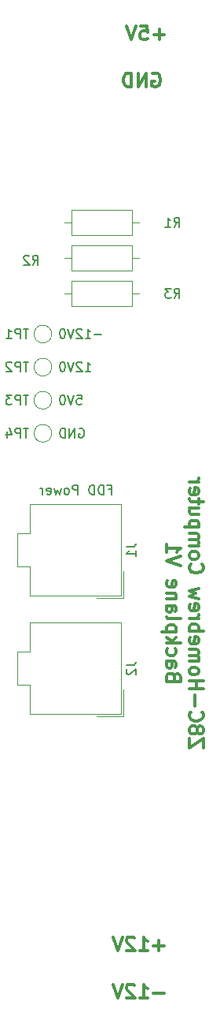
<source format=gbr>
%TF.GenerationSoftware,KiCad,Pcbnew,7.0.11+dfsg-1build4*%
%TF.CreationDate,2024-12-30T23:49:52+01:00*%
%TF.ProjectId,Z80-Backplane,5a38302d-4261-4636-9b70-6c616e652e6b,rev?*%
%TF.SameCoordinates,Original*%
%TF.FileFunction,Legend,Bot*%
%TF.FilePolarity,Positive*%
%FSLAX46Y46*%
G04 Gerber Fmt 4.6, Leading zero omitted, Abs format (unit mm)*
G04 Created by KiCad (PCBNEW 7.0.11+dfsg-1build4) date 2024-12-30 23:49:52*
%MOMM*%
%LPD*%
G01*
G04 APERTURE LIST*
%ADD10C,0.300000*%
%ADD11C,0.150000*%
%ADD12C,0.120000*%
G04 APERTURE END LIST*
D10*
X70609171Y-136384285D02*
X70609171Y-135384285D01*
X70609171Y-135384285D02*
X69109171Y-136384285D01*
X69109171Y-136384285D02*
X69109171Y-135384285D01*
X69966314Y-134598571D02*
X70037742Y-134741428D01*
X70037742Y-134741428D02*
X70109171Y-134812857D01*
X70109171Y-134812857D02*
X70252028Y-134884285D01*
X70252028Y-134884285D02*
X70323457Y-134884285D01*
X70323457Y-134884285D02*
X70466314Y-134812857D01*
X70466314Y-134812857D02*
X70537742Y-134741428D01*
X70537742Y-134741428D02*
X70609171Y-134598571D01*
X70609171Y-134598571D02*
X70609171Y-134312857D01*
X70609171Y-134312857D02*
X70537742Y-134170000D01*
X70537742Y-134170000D02*
X70466314Y-134098571D01*
X70466314Y-134098571D02*
X70323457Y-134027142D01*
X70323457Y-134027142D02*
X70252028Y-134027142D01*
X70252028Y-134027142D02*
X70109171Y-134098571D01*
X70109171Y-134098571D02*
X70037742Y-134170000D01*
X70037742Y-134170000D02*
X69966314Y-134312857D01*
X69966314Y-134312857D02*
X69966314Y-134598571D01*
X69966314Y-134598571D02*
X69894885Y-134741428D01*
X69894885Y-134741428D02*
X69823457Y-134812857D01*
X69823457Y-134812857D02*
X69680600Y-134884285D01*
X69680600Y-134884285D02*
X69394885Y-134884285D01*
X69394885Y-134884285D02*
X69252028Y-134812857D01*
X69252028Y-134812857D02*
X69180600Y-134741428D01*
X69180600Y-134741428D02*
X69109171Y-134598571D01*
X69109171Y-134598571D02*
X69109171Y-134312857D01*
X69109171Y-134312857D02*
X69180600Y-134170000D01*
X69180600Y-134170000D02*
X69252028Y-134098571D01*
X69252028Y-134098571D02*
X69394885Y-134027142D01*
X69394885Y-134027142D02*
X69680600Y-134027142D01*
X69680600Y-134027142D02*
X69823457Y-134098571D01*
X69823457Y-134098571D02*
X69894885Y-134170000D01*
X69894885Y-134170000D02*
X69966314Y-134312857D01*
X69252028Y-132527143D02*
X69180600Y-132598571D01*
X69180600Y-132598571D02*
X69109171Y-132812857D01*
X69109171Y-132812857D02*
X69109171Y-132955714D01*
X69109171Y-132955714D02*
X69180600Y-133170000D01*
X69180600Y-133170000D02*
X69323457Y-133312857D01*
X69323457Y-133312857D02*
X69466314Y-133384286D01*
X69466314Y-133384286D02*
X69752028Y-133455714D01*
X69752028Y-133455714D02*
X69966314Y-133455714D01*
X69966314Y-133455714D02*
X70252028Y-133384286D01*
X70252028Y-133384286D02*
X70394885Y-133312857D01*
X70394885Y-133312857D02*
X70537742Y-133170000D01*
X70537742Y-133170000D02*
X70609171Y-132955714D01*
X70609171Y-132955714D02*
X70609171Y-132812857D01*
X70609171Y-132812857D02*
X70537742Y-132598571D01*
X70537742Y-132598571D02*
X70466314Y-132527143D01*
X69680600Y-131884286D02*
X69680600Y-130741429D01*
X69109171Y-130027143D02*
X70609171Y-130027143D01*
X69894885Y-130027143D02*
X69894885Y-129170000D01*
X69109171Y-129170000D02*
X70609171Y-129170000D01*
X69109171Y-128241428D02*
X69180600Y-128384285D01*
X69180600Y-128384285D02*
X69252028Y-128455714D01*
X69252028Y-128455714D02*
X69394885Y-128527142D01*
X69394885Y-128527142D02*
X69823457Y-128527142D01*
X69823457Y-128527142D02*
X69966314Y-128455714D01*
X69966314Y-128455714D02*
X70037742Y-128384285D01*
X70037742Y-128384285D02*
X70109171Y-128241428D01*
X70109171Y-128241428D02*
X70109171Y-128027142D01*
X70109171Y-128027142D02*
X70037742Y-127884285D01*
X70037742Y-127884285D02*
X69966314Y-127812857D01*
X69966314Y-127812857D02*
X69823457Y-127741428D01*
X69823457Y-127741428D02*
X69394885Y-127741428D01*
X69394885Y-127741428D02*
X69252028Y-127812857D01*
X69252028Y-127812857D02*
X69180600Y-127884285D01*
X69180600Y-127884285D02*
X69109171Y-128027142D01*
X69109171Y-128027142D02*
X69109171Y-128241428D01*
X69109171Y-127098571D02*
X70109171Y-127098571D01*
X69966314Y-127098571D02*
X70037742Y-127027142D01*
X70037742Y-127027142D02*
X70109171Y-126884285D01*
X70109171Y-126884285D02*
X70109171Y-126669999D01*
X70109171Y-126669999D02*
X70037742Y-126527142D01*
X70037742Y-126527142D02*
X69894885Y-126455714D01*
X69894885Y-126455714D02*
X69109171Y-126455714D01*
X69894885Y-126455714D02*
X70037742Y-126384285D01*
X70037742Y-126384285D02*
X70109171Y-126241428D01*
X70109171Y-126241428D02*
X70109171Y-126027142D01*
X70109171Y-126027142D02*
X70037742Y-125884285D01*
X70037742Y-125884285D02*
X69894885Y-125812856D01*
X69894885Y-125812856D02*
X69109171Y-125812856D01*
X69180600Y-124527142D02*
X69109171Y-124669999D01*
X69109171Y-124669999D02*
X69109171Y-124955714D01*
X69109171Y-124955714D02*
X69180600Y-125098571D01*
X69180600Y-125098571D02*
X69323457Y-125169999D01*
X69323457Y-125169999D02*
X69894885Y-125169999D01*
X69894885Y-125169999D02*
X70037742Y-125098571D01*
X70037742Y-125098571D02*
X70109171Y-124955714D01*
X70109171Y-124955714D02*
X70109171Y-124669999D01*
X70109171Y-124669999D02*
X70037742Y-124527142D01*
X70037742Y-124527142D02*
X69894885Y-124455714D01*
X69894885Y-124455714D02*
X69752028Y-124455714D01*
X69752028Y-124455714D02*
X69609171Y-125169999D01*
X69109171Y-123812857D02*
X70609171Y-123812857D01*
X70037742Y-123812857D02*
X70109171Y-123670000D01*
X70109171Y-123670000D02*
X70109171Y-123384285D01*
X70109171Y-123384285D02*
X70037742Y-123241428D01*
X70037742Y-123241428D02*
X69966314Y-123170000D01*
X69966314Y-123170000D02*
X69823457Y-123098571D01*
X69823457Y-123098571D02*
X69394885Y-123098571D01*
X69394885Y-123098571D02*
X69252028Y-123170000D01*
X69252028Y-123170000D02*
X69180600Y-123241428D01*
X69180600Y-123241428D02*
X69109171Y-123384285D01*
X69109171Y-123384285D02*
X69109171Y-123670000D01*
X69109171Y-123670000D02*
X69180600Y-123812857D01*
X69109171Y-122455714D02*
X70109171Y-122455714D01*
X69823457Y-122455714D02*
X69966314Y-122384285D01*
X69966314Y-122384285D02*
X70037742Y-122312857D01*
X70037742Y-122312857D02*
X70109171Y-122169999D01*
X70109171Y-122169999D02*
X70109171Y-122027142D01*
X69180600Y-120955714D02*
X69109171Y-121098571D01*
X69109171Y-121098571D02*
X69109171Y-121384286D01*
X69109171Y-121384286D02*
X69180600Y-121527143D01*
X69180600Y-121527143D02*
X69323457Y-121598571D01*
X69323457Y-121598571D02*
X69894885Y-121598571D01*
X69894885Y-121598571D02*
X70037742Y-121527143D01*
X70037742Y-121527143D02*
X70109171Y-121384286D01*
X70109171Y-121384286D02*
X70109171Y-121098571D01*
X70109171Y-121098571D02*
X70037742Y-120955714D01*
X70037742Y-120955714D02*
X69894885Y-120884286D01*
X69894885Y-120884286D02*
X69752028Y-120884286D01*
X69752028Y-120884286D02*
X69609171Y-121598571D01*
X70109171Y-120384286D02*
X69109171Y-120098572D01*
X69109171Y-120098572D02*
X69823457Y-119812857D01*
X69823457Y-119812857D02*
X69109171Y-119527143D01*
X69109171Y-119527143D02*
X70109171Y-119241429D01*
X69252028Y-116670000D02*
X69180600Y-116741428D01*
X69180600Y-116741428D02*
X69109171Y-116955714D01*
X69109171Y-116955714D02*
X69109171Y-117098571D01*
X69109171Y-117098571D02*
X69180600Y-117312857D01*
X69180600Y-117312857D02*
X69323457Y-117455714D01*
X69323457Y-117455714D02*
X69466314Y-117527143D01*
X69466314Y-117527143D02*
X69752028Y-117598571D01*
X69752028Y-117598571D02*
X69966314Y-117598571D01*
X69966314Y-117598571D02*
X70252028Y-117527143D01*
X70252028Y-117527143D02*
X70394885Y-117455714D01*
X70394885Y-117455714D02*
X70537742Y-117312857D01*
X70537742Y-117312857D02*
X70609171Y-117098571D01*
X70609171Y-117098571D02*
X70609171Y-116955714D01*
X70609171Y-116955714D02*
X70537742Y-116741428D01*
X70537742Y-116741428D02*
X70466314Y-116670000D01*
X69109171Y-115812857D02*
X69180600Y-115955714D01*
X69180600Y-115955714D02*
X69252028Y-116027143D01*
X69252028Y-116027143D02*
X69394885Y-116098571D01*
X69394885Y-116098571D02*
X69823457Y-116098571D01*
X69823457Y-116098571D02*
X69966314Y-116027143D01*
X69966314Y-116027143D02*
X70037742Y-115955714D01*
X70037742Y-115955714D02*
X70109171Y-115812857D01*
X70109171Y-115812857D02*
X70109171Y-115598571D01*
X70109171Y-115598571D02*
X70037742Y-115455714D01*
X70037742Y-115455714D02*
X69966314Y-115384286D01*
X69966314Y-115384286D02*
X69823457Y-115312857D01*
X69823457Y-115312857D02*
X69394885Y-115312857D01*
X69394885Y-115312857D02*
X69252028Y-115384286D01*
X69252028Y-115384286D02*
X69180600Y-115455714D01*
X69180600Y-115455714D02*
X69109171Y-115598571D01*
X69109171Y-115598571D02*
X69109171Y-115812857D01*
X69109171Y-114670000D02*
X70109171Y-114670000D01*
X69966314Y-114670000D02*
X70037742Y-114598571D01*
X70037742Y-114598571D02*
X70109171Y-114455714D01*
X70109171Y-114455714D02*
X70109171Y-114241428D01*
X70109171Y-114241428D02*
X70037742Y-114098571D01*
X70037742Y-114098571D02*
X69894885Y-114027143D01*
X69894885Y-114027143D02*
X69109171Y-114027143D01*
X69894885Y-114027143D02*
X70037742Y-113955714D01*
X70037742Y-113955714D02*
X70109171Y-113812857D01*
X70109171Y-113812857D02*
X70109171Y-113598571D01*
X70109171Y-113598571D02*
X70037742Y-113455714D01*
X70037742Y-113455714D02*
X69894885Y-113384285D01*
X69894885Y-113384285D02*
X69109171Y-113384285D01*
X70109171Y-112670000D02*
X68609171Y-112670000D01*
X70037742Y-112670000D02*
X70109171Y-112527143D01*
X70109171Y-112527143D02*
X70109171Y-112241428D01*
X70109171Y-112241428D02*
X70037742Y-112098571D01*
X70037742Y-112098571D02*
X69966314Y-112027143D01*
X69966314Y-112027143D02*
X69823457Y-111955714D01*
X69823457Y-111955714D02*
X69394885Y-111955714D01*
X69394885Y-111955714D02*
X69252028Y-112027143D01*
X69252028Y-112027143D02*
X69180600Y-112098571D01*
X69180600Y-112098571D02*
X69109171Y-112241428D01*
X69109171Y-112241428D02*
X69109171Y-112527143D01*
X69109171Y-112527143D02*
X69180600Y-112670000D01*
X70109171Y-110670000D02*
X69109171Y-110670000D01*
X70109171Y-111312857D02*
X69323457Y-111312857D01*
X69323457Y-111312857D02*
X69180600Y-111241428D01*
X69180600Y-111241428D02*
X69109171Y-111098571D01*
X69109171Y-111098571D02*
X69109171Y-110884285D01*
X69109171Y-110884285D02*
X69180600Y-110741428D01*
X69180600Y-110741428D02*
X69252028Y-110670000D01*
X70109171Y-110169999D02*
X70109171Y-109598571D01*
X70609171Y-109955714D02*
X69323457Y-109955714D01*
X69323457Y-109955714D02*
X69180600Y-109884285D01*
X69180600Y-109884285D02*
X69109171Y-109741428D01*
X69109171Y-109741428D02*
X69109171Y-109598571D01*
X69180600Y-108527142D02*
X69109171Y-108669999D01*
X69109171Y-108669999D02*
X69109171Y-108955714D01*
X69109171Y-108955714D02*
X69180600Y-109098571D01*
X69180600Y-109098571D02*
X69323457Y-109169999D01*
X69323457Y-109169999D02*
X69894885Y-109169999D01*
X69894885Y-109169999D02*
X70037742Y-109098571D01*
X70037742Y-109098571D02*
X70109171Y-108955714D01*
X70109171Y-108955714D02*
X70109171Y-108669999D01*
X70109171Y-108669999D02*
X70037742Y-108527142D01*
X70037742Y-108527142D02*
X69894885Y-108455714D01*
X69894885Y-108455714D02*
X69752028Y-108455714D01*
X69752028Y-108455714D02*
X69609171Y-109169999D01*
X69109171Y-107812857D02*
X70109171Y-107812857D01*
X69823457Y-107812857D02*
X69966314Y-107741428D01*
X69966314Y-107741428D02*
X70037742Y-107670000D01*
X70037742Y-107670000D02*
X70109171Y-107527142D01*
X70109171Y-107527142D02*
X70109171Y-107384285D01*
X67479885Y-128741428D02*
X67408457Y-128527142D01*
X67408457Y-128527142D02*
X67337028Y-128455713D01*
X67337028Y-128455713D02*
X67194171Y-128384285D01*
X67194171Y-128384285D02*
X66979885Y-128384285D01*
X66979885Y-128384285D02*
X66837028Y-128455713D01*
X66837028Y-128455713D02*
X66765600Y-128527142D01*
X66765600Y-128527142D02*
X66694171Y-128669999D01*
X66694171Y-128669999D02*
X66694171Y-129241428D01*
X66694171Y-129241428D02*
X68194171Y-129241428D01*
X68194171Y-129241428D02*
X68194171Y-128741428D01*
X68194171Y-128741428D02*
X68122742Y-128598571D01*
X68122742Y-128598571D02*
X68051314Y-128527142D01*
X68051314Y-128527142D02*
X67908457Y-128455713D01*
X67908457Y-128455713D02*
X67765600Y-128455713D01*
X67765600Y-128455713D02*
X67622742Y-128527142D01*
X67622742Y-128527142D02*
X67551314Y-128598571D01*
X67551314Y-128598571D02*
X67479885Y-128741428D01*
X67479885Y-128741428D02*
X67479885Y-129241428D01*
X66694171Y-127098571D02*
X67479885Y-127098571D01*
X67479885Y-127098571D02*
X67622742Y-127169999D01*
X67622742Y-127169999D02*
X67694171Y-127312856D01*
X67694171Y-127312856D02*
X67694171Y-127598571D01*
X67694171Y-127598571D02*
X67622742Y-127741428D01*
X66765600Y-127098571D02*
X66694171Y-127241428D01*
X66694171Y-127241428D02*
X66694171Y-127598571D01*
X66694171Y-127598571D02*
X66765600Y-127741428D01*
X66765600Y-127741428D02*
X66908457Y-127812856D01*
X66908457Y-127812856D02*
X67051314Y-127812856D01*
X67051314Y-127812856D02*
X67194171Y-127741428D01*
X67194171Y-127741428D02*
X67265600Y-127598571D01*
X67265600Y-127598571D02*
X67265600Y-127241428D01*
X67265600Y-127241428D02*
X67337028Y-127098571D01*
X66765600Y-125741428D02*
X66694171Y-125884285D01*
X66694171Y-125884285D02*
X66694171Y-126169999D01*
X66694171Y-126169999D02*
X66765600Y-126312856D01*
X66765600Y-126312856D02*
X66837028Y-126384285D01*
X66837028Y-126384285D02*
X66979885Y-126455713D01*
X66979885Y-126455713D02*
X67408457Y-126455713D01*
X67408457Y-126455713D02*
X67551314Y-126384285D01*
X67551314Y-126384285D02*
X67622742Y-126312856D01*
X67622742Y-126312856D02*
X67694171Y-126169999D01*
X67694171Y-126169999D02*
X67694171Y-125884285D01*
X67694171Y-125884285D02*
X67622742Y-125741428D01*
X66694171Y-125098571D02*
X68194171Y-125098571D01*
X67265600Y-124955714D02*
X66694171Y-124527142D01*
X67694171Y-124527142D02*
X67122742Y-125098571D01*
X67694171Y-123884285D02*
X66194171Y-123884285D01*
X67622742Y-123884285D02*
X67694171Y-123741428D01*
X67694171Y-123741428D02*
X67694171Y-123455713D01*
X67694171Y-123455713D02*
X67622742Y-123312856D01*
X67622742Y-123312856D02*
X67551314Y-123241428D01*
X67551314Y-123241428D02*
X67408457Y-123169999D01*
X67408457Y-123169999D02*
X66979885Y-123169999D01*
X66979885Y-123169999D02*
X66837028Y-123241428D01*
X66837028Y-123241428D02*
X66765600Y-123312856D01*
X66765600Y-123312856D02*
X66694171Y-123455713D01*
X66694171Y-123455713D02*
X66694171Y-123741428D01*
X66694171Y-123741428D02*
X66765600Y-123884285D01*
X66694171Y-122312856D02*
X66765600Y-122455713D01*
X66765600Y-122455713D02*
X66908457Y-122527142D01*
X66908457Y-122527142D02*
X68194171Y-122527142D01*
X66694171Y-121098571D02*
X67479885Y-121098571D01*
X67479885Y-121098571D02*
X67622742Y-121169999D01*
X67622742Y-121169999D02*
X67694171Y-121312856D01*
X67694171Y-121312856D02*
X67694171Y-121598571D01*
X67694171Y-121598571D02*
X67622742Y-121741428D01*
X66765600Y-121098571D02*
X66694171Y-121241428D01*
X66694171Y-121241428D02*
X66694171Y-121598571D01*
X66694171Y-121598571D02*
X66765600Y-121741428D01*
X66765600Y-121741428D02*
X66908457Y-121812856D01*
X66908457Y-121812856D02*
X67051314Y-121812856D01*
X67051314Y-121812856D02*
X67194171Y-121741428D01*
X67194171Y-121741428D02*
X67265600Y-121598571D01*
X67265600Y-121598571D02*
X67265600Y-121241428D01*
X67265600Y-121241428D02*
X67337028Y-121098571D01*
X67694171Y-120384285D02*
X66694171Y-120384285D01*
X67551314Y-120384285D02*
X67622742Y-120312856D01*
X67622742Y-120312856D02*
X67694171Y-120169999D01*
X67694171Y-120169999D02*
X67694171Y-119955713D01*
X67694171Y-119955713D02*
X67622742Y-119812856D01*
X67622742Y-119812856D02*
X67479885Y-119741428D01*
X67479885Y-119741428D02*
X66694171Y-119741428D01*
X66765600Y-118455713D02*
X66694171Y-118598570D01*
X66694171Y-118598570D02*
X66694171Y-118884285D01*
X66694171Y-118884285D02*
X66765600Y-119027142D01*
X66765600Y-119027142D02*
X66908457Y-119098570D01*
X66908457Y-119098570D02*
X67479885Y-119098570D01*
X67479885Y-119098570D02*
X67622742Y-119027142D01*
X67622742Y-119027142D02*
X67694171Y-118884285D01*
X67694171Y-118884285D02*
X67694171Y-118598570D01*
X67694171Y-118598570D02*
X67622742Y-118455713D01*
X67622742Y-118455713D02*
X67479885Y-118384285D01*
X67479885Y-118384285D02*
X67337028Y-118384285D01*
X67337028Y-118384285D02*
X67194171Y-119098570D01*
X68194171Y-116812856D02*
X66694171Y-116312856D01*
X66694171Y-116312856D02*
X68194171Y-115812856D01*
X66694171Y-114527142D02*
X66694171Y-115384285D01*
X66694171Y-114955714D02*
X68194171Y-114955714D01*
X68194171Y-114955714D02*
X67979885Y-115098571D01*
X67979885Y-115098571D02*
X67837028Y-115241428D01*
X67837028Y-115241428D02*
X67765600Y-115384285D01*
X65150856Y-64019757D02*
X65293714Y-63948328D01*
X65293714Y-63948328D02*
X65507999Y-63948328D01*
X65507999Y-63948328D02*
X65722285Y-64019757D01*
X65722285Y-64019757D02*
X65865142Y-64162614D01*
X65865142Y-64162614D02*
X65936571Y-64305471D01*
X65936571Y-64305471D02*
X66007999Y-64591185D01*
X66007999Y-64591185D02*
X66007999Y-64805471D01*
X66007999Y-64805471D02*
X65936571Y-65091185D01*
X65936571Y-65091185D02*
X65865142Y-65234042D01*
X65865142Y-65234042D02*
X65722285Y-65376900D01*
X65722285Y-65376900D02*
X65507999Y-65448328D01*
X65507999Y-65448328D02*
X65365142Y-65448328D01*
X65365142Y-65448328D02*
X65150856Y-65376900D01*
X65150856Y-65376900D02*
X65079428Y-65305471D01*
X65079428Y-65305471D02*
X65079428Y-64805471D01*
X65079428Y-64805471D02*
X65365142Y-64805471D01*
X64436571Y-65448328D02*
X64436571Y-63948328D01*
X64436571Y-63948328D02*
X63579428Y-65448328D01*
X63579428Y-65448328D02*
X63579428Y-63948328D01*
X62865142Y-65448328D02*
X62865142Y-63948328D01*
X62865142Y-63948328D02*
X62507999Y-63948328D01*
X62507999Y-63948328D02*
X62293713Y-64019757D01*
X62293713Y-64019757D02*
X62150856Y-64162614D01*
X62150856Y-64162614D02*
X62079427Y-64305471D01*
X62079427Y-64305471D02*
X62007999Y-64591185D01*
X62007999Y-64591185D02*
X62007999Y-64805471D01*
X62007999Y-64805471D02*
X62079427Y-65091185D01*
X62079427Y-65091185D02*
X62150856Y-65234042D01*
X62150856Y-65234042D02*
X62293713Y-65376900D01*
X62293713Y-65376900D02*
X62507999Y-65448328D01*
X62507999Y-65448328D02*
X62865142Y-65448328D01*
X66396856Y-162666900D02*
X65253999Y-162666900D01*
X63753998Y-163238328D02*
X64611141Y-163238328D01*
X64182570Y-163238328D02*
X64182570Y-161738328D01*
X64182570Y-161738328D02*
X64325427Y-161952614D01*
X64325427Y-161952614D02*
X64468284Y-162095471D01*
X64468284Y-162095471D02*
X64611141Y-162166900D01*
X63182570Y-161881185D02*
X63111142Y-161809757D01*
X63111142Y-161809757D02*
X62968285Y-161738328D01*
X62968285Y-161738328D02*
X62611142Y-161738328D01*
X62611142Y-161738328D02*
X62468285Y-161809757D01*
X62468285Y-161809757D02*
X62396856Y-161881185D01*
X62396856Y-161881185D02*
X62325427Y-162024042D01*
X62325427Y-162024042D02*
X62325427Y-162166900D01*
X62325427Y-162166900D02*
X62396856Y-162381185D01*
X62396856Y-162381185D02*
X63253999Y-163238328D01*
X63253999Y-163238328D02*
X62325427Y-163238328D01*
X61896856Y-161738328D02*
X61396856Y-163238328D01*
X61396856Y-163238328D02*
X60896856Y-161738328D01*
D11*
X57010303Y-98514819D02*
X57486493Y-98514819D01*
X57486493Y-98514819D02*
X57534112Y-98991009D01*
X57534112Y-98991009D02*
X57486493Y-98943390D01*
X57486493Y-98943390D02*
X57391255Y-98895771D01*
X57391255Y-98895771D02*
X57153160Y-98895771D01*
X57153160Y-98895771D02*
X57057922Y-98943390D01*
X57057922Y-98943390D02*
X57010303Y-98991009D01*
X57010303Y-98991009D02*
X56962684Y-99086247D01*
X56962684Y-99086247D02*
X56962684Y-99324342D01*
X56962684Y-99324342D02*
X57010303Y-99419580D01*
X57010303Y-99419580D02*
X57057922Y-99467200D01*
X57057922Y-99467200D02*
X57153160Y-99514819D01*
X57153160Y-99514819D02*
X57391255Y-99514819D01*
X57391255Y-99514819D02*
X57486493Y-99467200D01*
X57486493Y-99467200D02*
X57534112Y-99419580D01*
X56676969Y-98514819D02*
X56343636Y-99514819D01*
X56343636Y-99514819D02*
X56010303Y-98514819D01*
X55486493Y-98514819D02*
X55391255Y-98514819D01*
X55391255Y-98514819D02*
X55296017Y-98562438D01*
X55296017Y-98562438D02*
X55248398Y-98610057D01*
X55248398Y-98610057D02*
X55200779Y-98705295D01*
X55200779Y-98705295D02*
X55153160Y-98895771D01*
X55153160Y-98895771D02*
X55153160Y-99133866D01*
X55153160Y-99133866D02*
X55200779Y-99324342D01*
X55200779Y-99324342D02*
X55248398Y-99419580D01*
X55248398Y-99419580D02*
X55296017Y-99467200D01*
X55296017Y-99467200D02*
X55391255Y-99514819D01*
X55391255Y-99514819D02*
X55486493Y-99514819D01*
X55486493Y-99514819D02*
X55581731Y-99467200D01*
X55581731Y-99467200D02*
X55629350Y-99419580D01*
X55629350Y-99419580D02*
X55676969Y-99324342D01*
X55676969Y-99324342D02*
X55724588Y-99133866D01*
X55724588Y-99133866D02*
X55724588Y-98895771D01*
X55724588Y-98895771D02*
X55676969Y-98705295D01*
X55676969Y-98705295D02*
X55629350Y-98610057D01*
X55629350Y-98610057D02*
X55581731Y-98562438D01*
X55581731Y-98562438D02*
X55486493Y-98514819D01*
X59676969Y-92021866D02*
X58915065Y-92021866D01*
X57915065Y-92402819D02*
X58486493Y-92402819D01*
X58200779Y-92402819D02*
X58200779Y-91402819D01*
X58200779Y-91402819D02*
X58296017Y-91545676D01*
X58296017Y-91545676D02*
X58391255Y-91640914D01*
X58391255Y-91640914D02*
X58486493Y-91688533D01*
X57534112Y-91498057D02*
X57486493Y-91450438D01*
X57486493Y-91450438D02*
X57391255Y-91402819D01*
X57391255Y-91402819D02*
X57153160Y-91402819D01*
X57153160Y-91402819D02*
X57057922Y-91450438D01*
X57057922Y-91450438D02*
X57010303Y-91498057D01*
X57010303Y-91498057D02*
X56962684Y-91593295D01*
X56962684Y-91593295D02*
X56962684Y-91688533D01*
X56962684Y-91688533D02*
X57010303Y-91831390D01*
X57010303Y-91831390D02*
X57581731Y-92402819D01*
X57581731Y-92402819D02*
X56962684Y-92402819D01*
X56676969Y-91402819D02*
X56343636Y-92402819D01*
X56343636Y-92402819D02*
X56010303Y-91402819D01*
X55486493Y-91402819D02*
X55391255Y-91402819D01*
X55391255Y-91402819D02*
X55296017Y-91450438D01*
X55296017Y-91450438D02*
X55248398Y-91498057D01*
X55248398Y-91498057D02*
X55200779Y-91593295D01*
X55200779Y-91593295D02*
X55153160Y-91783771D01*
X55153160Y-91783771D02*
X55153160Y-92021866D01*
X55153160Y-92021866D02*
X55200779Y-92212342D01*
X55200779Y-92212342D02*
X55248398Y-92307580D01*
X55248398Y-92307580D02*
X55296017Y-92355200D01*
X55296017Y-92355200D02*
X55391255Y-92402819D01*
X55391255Y-92402819D02*
X55486493Y-92402819D01*
X55486493Y-92402819D02*
X55581731Y-92355200D01*
X55581731Y-92355200D02*
X55629350Y-92307580D01*
X55629350Y-92307580D02*
X55676969Y-92212342D01*
X55676969Y-92212342D02*
X55724588Y-92021866D01*
X55724588Y-92021866D02*
X55724588Y-91783771D01*
X55724588Y-91783771D02*
X55676969Y-91593295D01*
X55676969Y-91593295D02*
X55629350Y-91498057D01*
X55629350Y-91498057D02*
X55581731Y-91450438D01*
X55581731Y-91450438D02*
X55486493Y-91402819D01*
X57915065Y-95958819D02*
X58486493Y-95958819D01*
X58200779Y-95958819D02*
X58200779Y-94958819D01*
X58200779Y-94958819D02*
X58296017Y-95101676D01*
X58296017Y-95101676D02*
X58391255Y-95196914D01*
X58391255Y-95196914D02*
X58486493Y-95244533D01*
X57534112Y-95054057D02*
X57486493Y-95006438D01*
X57486493Y-95006438D02*
X57391255Y-94958819D01*
X57391255Y-94958819D02*
X57153160Y-94958819D01*
X57153160Y-94958819D02*
X57057922Y-95006438D01*
X57057922Y-95006438D02*
X57010303Y-95054057D01*
X57010303Y-95054057D02*
X56962684Y-95149295D01*
X56962684Y-95149295D02*
X56962684Y-95244533D01*
X56962684Y-95244533D02*
X57010303Y-95387390D01*
X57010303Y-95387390D02*
X57581731Y-95958819D01*
X57581731Y-95958819D02*
X56962684Y-95958819D01*
X56676969Y-94958819D02*
X56343636Y-95958819D01*
X56343636Y-95958819D02*
X56010303Y-94958819D01*
X55486493Y-94958819D02*
X55391255Y-94958819D01*
X55391255Y-94958819D02*
X55296017Y-95006438D01*
X55296017Y-95006438D02*
X55248398Y-95054057D01*
X55248398Y-95054057D02*
X55200779Y-95149295D01*
X55200779Y-95149295D02*
X55153160Y-95339771D01*
X55153160Y-95339771D02*
X55153160Y-95577866D01*
X55153160Y-95577866D02*
X55200779Y-95768342D01*
X55200779Y-95768342D02*
X55248398Y-95863580D01*
X55248398Y-95863580D02*
X55296017Y-95911200D01*
X55296017Y-95911200D02*
X55391255Y-95958819D01*
X55391255Y-95958819D02*
X55486493Y-95958819D01*
X55486493Y-95958819D02*
X55581731Y-95911200D01*
X55581731Y-95911200D02*
X55629350Y-95863580D01*
X55629350Y-95863580D02*
X55676969Y-95768342D01*
X55676969Y-95768342D02*
X55724588Y-95577866D01*
X55724588Y-95577866D02*
X55724588Y-95339771D01*
X55724588Y-95339771D02*
X55676969Y-95149295D01*
X55676969Y-95149295D02*
X55629350Y-95054057D01*
X55629350Y-95054057D02*
X55581731Y-95006438D01*
X55581731Y-95006438D02*
X55486493Y-94958819D01*
X60406875Y-108643009D02*
X60740208Y-108643009D01*
X60740208Y-109166819D02*
X60740208Y-108166819D01*
X60740208Y-108166819D02*
X60264018Y-108166819D01*
X59883065Y-109166819D02*
X59883065Y-108166819D01*
X59883065Y-108166819D02*
X59644970Y-108166819D01*
X59644970Y-108166819D02*
X59502113Y-108214438D01*
X59502113Y-108214438D02*
X59406875Y-108309676D01*
X59406875Y-108309676D02*
X59359256Y-108404914D01*
X59359256Y-108404914D02*
X59311637Y-108595390D01*
X59311637Y-108595390D02*
X59311637Y-108738247D01*
X59311637Y-108738247D02*
X59359256Y-108928723D01*
X59359256Y-108928723D02*
X59406875Y-109023961D01*
X59406875Y-109023961D02*
X59502113Y-109119200D01*
X59502113Y-109119200D02*
X59644970Y-109166819D01*
X59644970Y-109166819D02*
X59883065Y-109166819D01*
X58883065Y-109166819D02*
X58883065Y-108166819D01*
X58883065Y-108166819D02*
X58644970Y-108166819D01*
X58644970Y-108166819D02*
X58502113Y-108214438D01*
X58502113Y-108214438D02*
X58406875Y-108309676D01*
X58406875Y-108309676D02*
X58359256Y-108404914D01*
X58359256Y-108404914D02*
X58311637Y-108595390D01*
X58311637Y-108595390D02*
X58311637Y-108738247D01*
X58311637Y-108738247D02*
X58359256Y-108928723D01*
X58359256Y-108928723D02*
X58406875Y-109023961D01*
X58406875Y-109023961D02*
X58502113Y-109119200D01*
X58502113Y-109119200D02*
X58644970Y-109166819D01*
X58644970Y-109166819D02*
X58883065Y-109166819D01*
X57121160Y-109166819D02*
X57121160Y-108166819D01*
X57121160Y-108166819D02*
X56740208Y-108166819D01*
X56740208Y-108166819D02*
X56644970Y-108214438D01*
X56644970Y-108214438D02*
X56597351Y-108262057D01*
X56597351Y-108262057D02*
X56549732Y-108357295D01*
X56549732Y-108357295D02*
X56549732Y-108500152D01*
X56549732Y-108500152D02*
X56597351Y-108595390D01*
X56597351Y-108595390D02*
X56644970Y-108643009D01*
X56644970Y-108643009D02*
X56740208Y-108690628D01*
X56740208Y-108690628D02*
X57121160Y-108690628D01*
X55978303Y-109166819D02*
X56073541Y-109119200D01*
X56073541Y-109119200D02*
X56121160Y-109071580D01*
X56121160Y-109071580D02*
X56168779Y-108976342D01*
X56168779Y-108976342D02*
X56168779Y-108690628D01*
X56168779Y-108690628D02*
X56121160Y-108595390D01*
X56121160Y-108595390D02*
X56073541Y-108547771D01*
X56073541Y-108547771D02*
X55978303Y-108500152D01*
X55978303Y-108500152D02*
X55835446Y-108500152D01*
X55835446Y-108500152D02*
X55740208Y-108547771D01*
X55740208Y-108547771D02*
X55692589Y-108595390D01*
X55692589Y-108595390D02*
X55644970Y-108690628D01*
X55644970Y-108690628D02*
X55644970Y-108976342D01*
X55644970Y-108976342D02*
X55692589Y-109071580D01*
X55692589Y-109071580D02*
X55740208Y-109119200D01*
X55740208Y-109119200D02*
X55835446Y-109166819D01*
X55835446Y-109166819D02*
X55978303Y-109166819D01*
X55311636Y-108500152D02*
X55121160Y-109166819D01*
X55121160Y-109166819D02*
X54930684Y-108690628D01*
X54930684Y-108690628D02*
X54740208Y-109166819D01*
X54740208Y-109166819D02*
X54549732Y-108500152D01*
X53787827Y-109119200D02*
X53883065Y-109166819D01*
X53883065Y-109166819D02*
X54073541Y-109166819D01*
X54073541Y-109166819D02*
X54168779Y-109119200D01*
X54168779Y-109119200D02*
X54216398Y-109023961D01*
X54216398Y-109023961D02*
X54216398Y-108643009D01*
X54216398Y-108643009D02*
X54168779Y-108547771D01*
X54168779Y-108547771D02*
X54073541Y-108500152D01*
X54073541Y-108500152D02*
X53883065Y-108500152D01*
X53883065Y-108500152D02*
X53787827Y-108547771D01*
X53787827Y-108547771D02*
X53740208Y-108643009D01*
X53740208Y-108643009D02*
X53740208Y-108738247D01*
X53740208Y-108738247D02*
X54216398Y-108833485D01*
X53311636Y-109166819D02*
X53311636Y-108500152D01*
X53311636Y-108690628D02*
X53264017Y-108595390D01*
X53264017Y-108595390D02*
X53216398Y-108547771D01*
X53216398Y-108547771D02*
X53121160Y-108500152D01*
X53121160Y-108500152D02*
X53025922Y-108500152D01*
D10*
X66444571Y-59796900D02*
X65301714Y-59796900D01*
X65873142Y-60368328D02*
X65873142Y-59225471D01*
X63873142Y-58868328D02*
X64587428Y-58868328D01*
X64587428Y-58868328D02*
X64658856Y-59582614D01*
X64658856Y-59582614D02*
X64587428Y-59511185D01*
X64587428Y-59511185D02*
X64444571Y-59439757D01*
X64444571Y-59439757D02*
X64087428Y-59439757D01*
X64087428Y-59439757D02*
X63944571Y-59511185D01*
X63944571Y-59511185D02*
X63873142Y-59582614D01*
X63873142Y-59582614D02*
X63801713Y-59725471D01*
X63801713Y-59725471D02*
X63801713Y-60082614D01*
X63801713Y-60082614D02*
X63873142Y-60225471D01*
X63873142Y-60225471D02*
X63944571Y-60296900D01*
X63944571Y-60296900D02*
X64087428Y-60368328D01*
X64087428Y-60368328D02*
X64444571Y-60368328D01*
X64444571Y-60368328D02*
X64587428Y-60296900D01*
X64587428Y-60296900D02*
X64658856Y-60225471D01*
X63373142Y-58868328D02*
X62873142Y-60368328D01*
X62873142Y-60368328D02*
X62373142Y-58868328D01*
X66396856Y-157586900D02*
X65253999Y-157586900D01*
X65825427Y-158158328D02*
X65825427Y-157015471D01*
X63753998Y-158158328D02*
X64611141Y-158158328D01*
X64182570Y-158158328D02*
X64182570Y-156658328D01*
X64182570Y-156658328D02*
X64325427Y-156872614D01*
X64325427Y-156872614D02*
X64468284Y-157015471D01*
X64468284Y-157015471D02*
X64611141Y-157086900D01*
X63182570Y-156801185D02*
X63111142Y-156729757D01*
X63111142Y-156729757D02*
X62968285Y-156658328D01*
X62968285Y-156658328D02*
X62611142Y-156658328D01*
X62611142Y-156658328D02*
X62468285Y-156729757D01*
X62468285Y-156729757D02*
X62396856Y-156801185D01*
X62396856Y-156801185D02*
X62325427Y-156944042D01*
X62325427Y-156944042D02*
X62325427Y-157086900D01*
X62325427Y-157086900D02*
X62396856Y-157301185D01*
X62396856Y-157301185D02*
X63253999Y-158158328D01*
X63253999Y-158158328D02*
X62325427Y-158158328D01*
X61896856Y-156658328D02*
X61396856Y-158158328D01*
X61396856Y-158158328D02*
X60896856Y-156658328D01*
D11*
X57248398Y-102118438D02*
X57343636Y-102070819D01*
X57343636Y-102070819D02*
X57486493Y-102070819D01*
X57486493Y-102070819D02*
X57629350Y-102118438D01*
X57629350Y-102118438D02*
X57724588Y-102213676D01*
X57724588Y-102213676D02*
X57772207Y-102308914D01*
X57772207Y-102308914D02*
X57819826Y-102499390D01*
X57819826Y-102499390D02*
X57819826Y-102642247D01*
X57819826Y-102642247D02*
X57772207Y-102832723D01*
X57772207Y-102832723D02*
X57724588Y-102927961D01*
X57724588Y-102927961D02*
X57629350Y-103023200D01*
X57629350Y-103023200D02*
X57486493Y-103070819D01*
X57486493Y-103070819D02*
X57391255Y-103070819D01*
X57391255Y-103070819D02*
X57248398Y-103023200D01*
X57248398Y-103023200D02*
X57200779Y-102975580D01*
X57200779Y-102975580D02*
X57200779Y-102642247D01*
X57200779Y-102642247D02*
X57391255Y-102642247D01*
X56772207Y-103070819D02*
X56772207Y-102070819D01*
X56772207Y-102070819D02*
X56200779Y-103070819D01*
X56200779Y-103070819D02*
X56200779Y-102070819D01*
X55724588Y-103070819D02*
X55724588Y-102070819D01*
X55724588Y-102070819D02*
X55486493Y-102070819D01*
X55486493Y-102070819D02*
X55343636Y-102118438D01*
X55343636Y-102118438D02*
X55248398Y-102213676D01*
X55248398Y-102213676D02*
X55200779Y-102308914D01*
X55200779Y-102308914D02*
X55153160Y-102499390D01*
X55153160Y-102499390D02*
X55153160Y-102642247D01*
X55153160Y-102642247D02*
X55200779Y-102832723D01*
X55200779Y-102832723D02*
X55248398Y-102927961D01*
X55248398Y-102927961D02*
X55343636Y-103023200D01*
X55343636Y-103023200D02*
X55486493Y-103070819D01*
X55486493Y-103070819D02*
X55724588Y-103070819D01*
X67476666Y-88084819D02*
X67809999Y-87608628D01*
X68048094Y-88084819D02*
X68048094Y-87084819D01*
X68048094Y-87084819D02*
X67667142Y-87084819D01*
X67667142Y-87084819D02*
X67571904Y-87132438D01*
X67571904Y-87132438D02*
X67524285Y-87180057D01*
X67524285Y-87180057D02*
X67476666Y-87275295D01*
X67476666Y-87275295D02*
X67476666Y-87418152D01*
X67476666Y-87418152D02*
X67524285Y-87513390D01*
X67524285Y-87513390D02*
X67571904Y-87561009D01*
X67571904Y-87561009D02*
X67667142Y-87608628D01*
X67667142Y-87608628D02*
X68048094Y-87608628D01*
X67143332Y-87084819D02*
X66524285Y-87084819D01*
X66524285Y-87084819D02*
X66857618Y-87465771D01*
X66857618Y-87465771D02*
X66714761Y-87465771D01*
X66714761Y-87465771D02*
X66619523Y-87513390D01*
X66619523Y-87513390D02*
X66571904Y-87561009D01*
X66571904Y-87561009D02*
X66524285Y-87656247D01*
X66524285Y-87656247D02*
X66524285Y-87894342D01*
X66524285Y-87894342D02*
X66571904Y-87989580D01*
X66571904Y-87989580D02*
X66619523Y-88037200D01*
X66619523Y-88037200D02*
X66714761Y-88084819D01*
X66714761Y-88084819D02*
X67000475Y-88084819D01*
X67000475Y-88084819D02*
X67095713Y-88037200D01*
X67095713Y-88037200D02*
X67143332Y-87989580D01*
X52236666Y-84514819D02*
X52569999Y-84038628D01*
X52808094Y-84514819D02*
X52808094Y-83514819D01*
X52808094Y-83514819D02*
X52427142Y-83514819D01*
X52427142Y-83514819D02*
X52331904Y-83562438D01*
X52331904Y-83562438D02*
X52284285Y-83610057D01*
X52284285Y-83610057D02*
X52236666Y-83705295D01*
X52236666Y-83705295D02*
X52236666Y-83848152D01*
X52236666Y-83848152D02*
X52284285Y-83943390D01*
X52284285Y-83943390D02*
X52331904Y-83991009D01*
X52331904Y-83991009D02*
X52427142Y-84038628D01*
X52427142Y-84038628D02*
X52808094Y-84038628D01*
X51855713Y-83610057D02*
X51808094Y-83562438D01*
X51808094Y-83562438D02*
X51712856Y-83514819D01*
X51712856Y-83514819D02*
X51474761Y-83514819D01*
X51474761Y-83514819D02*
X51379523Y-83562438D01*
X51379523Y-83562438D02*
X51331904Y-83610057D01*
X51331904Y-83610057D02*
X51284285Y-83705295D01*
X51284285Y-83705295D02*
X51284285Y-83800533D01*
X51284285Y-83800533D02*
X51331904Y-83943390D01*
X51331904Y-83943390D02*
X51903332Y-84514819D01*
X51903332Y-84514819D02*
X51284285Y-84514819D01*
X67476666Y-80464819D02*
X67809999Y-79988628D01*
X68048094Y-80464819D02*
X68048094Y-79464819D01*
X68048094Y-79464819D02*
X67667142Y-79464819D01*
X67667142Y-79464819D02*
X67571904Y-79512438D01*
X67571904Y-79512438D02*
X67524285Y-79560057D01*
X67524285Y-79560057D02*
X67476666Y-79655295D01*
X67476666Y-79655295D02*
X67476666Y-79798152D01*
X67476666Y-79798152D02*
X67524285Y-79893390D01*
X67524285Y-79893390D02*
X67571904Y-79941009D01*
X67571904Y-79941009D02*
X67667142Y-79988628D01*
X67667142Y-79988628D02*
X68048094Y-79988628D01*
X66524285Y-80464819D02*
X67095713Y-80464819D01*
X66809999Y-80464819D02*
X66809999Y-79464819D01*
X66809999Y-79464819D02*
X66905237Y-79607676D01*
X66905237Y-79607676D02*
X67000475Y-79702914D01*
X67000475Y-79702914D02*
X67095713Y-79750533D01*
X51807904Y-102070819D02*
X51236476Y-102070819D01*
X51522190Y-103070819D02*
X51522190Y-102070819D01*
X50903142Y-103070819D02*
X50903142Y-102070819D01*
X50903142Y-102070819D02*
X50522190Y-102070819D01*
X50522190Y-102070819D02*
X50426952Y-102118438D01*
X50426952Y-102118438D02*
X50379333Y-102166057D01*
X50379333Y-102166057D02*
X50331714Y-102261295D01*
X50331714Y-102261295D02*
X50331714Y-102404152D01*
X50331714Y-102404152D02*
X50379333Y-102499390D01*
X50379333Y-102499390D02*
X50426952Y-102547009D01*
X50426952Y-102547009D02*
X50522190Y-102594628D01*
X50522190Y-102594628D02*
X50903142Y-102594628D01*
X49474571Y-102404152D02*
X49474571Y-103070819D01*
X49712666Y-102023200D02*
X49950761Y-102737485D01*
X49950761Y-102737485D02*
X49331714Y-102737485D01*
X62324819Y-114796666D02*
X63039104Y-114796666D01*
X63039104Y-114796666D02*
X63181961Y-114749047D01*
X63181961Y-114749047D02*
X63277200Y-114653809D01*
X63277200Y-114653809D02*
X63324819Y-114510952D01*
X63324819Y-114510952D02*
X63324819Y-114415714D01*
X63324819Y-115796666D02*
X63324819Y-115225238D01*
X63324819Y-115510952D02*
X62324819Y-115510952D01*
X62324819Y-115510952D02*
X62467676Y-115415714D01*
X62467676Y-115415714D02*
X62562914Y-115320476D01*
X62562914Y-115320476D02*
X62610533Y-115225238D01*
X51807904Y-94958819D02*
X51236476Y-94958819D01*
X51522190Y-95958819D02*
X51522190Y-94958819D01*
X50903142Y-95958819D02*
X50903142Y-94958819D01*
X50903142Y-94958819D02*
X50522190Y-94958819D01*
X50522190Y-94958819D02*
X50426952Y-95006438D01*
X50426952Y-95006438D02*
X50379333Y-95054057D01*
X50379333Y-95054057D02*
X50331714Y-95149295D01*
X50331714Y-95149295D02*
X50331714Y-95292152D01*
X50331714Y-95292152D02*
X50379333Y-95387390D01*
X50379333Y-95387390D02*
X50426952Y-95435009D01*
X50426952Y-95435009D02*
X50522190Y-95482628D01*
X50522190Y-95482628D02*
X50903142Y-95482628D01*
X49950761Y-95054057D02*
X49903142Y-95006438D01*
X49903142Y-95006438D02*
X49807904Y-94958819D01*
X49807904Y-94958819D02*
X49569809Y-94958819D01*
X49569809Y-94958819D02*
X49474571Y-95006438D01*
X49474571Y-95006438D02*
X49426952Y-95054057D01*
X49426952Y-95054057D02*
X49379333Y-95149295D01*
X49379333Y-95149295D02*
X49379333Y-95244533D01*
X49379333Y-95244533D02*
X49426952Y-95387390D01*
X49426952Y-95387390D02*
X49998380Y-95958819D01*
X49998380Y-95958819D02*
X49379333Y-95958819D01*
X62324819Y-127496666D02*
X63039104Y-127496666D01*
X63039104Y-127496666D02*
X63181961Y-127449047D01*
X63181961Y-127449047D02*
X63277200Y-127353809D01*
X63277200Y-127353809D02*
X63324819Y-127210952D01*
X63324819Y-127210952D02*
X63324819Y-127115714D01*
X62420057Y-127925238D02*
X62372438Y-127972857D01*
X62372438Y-127972857D02*
X62324819Y-128068095D01*
X62324819Y-128068095D02*
X62324819Y-128306190D01*
X62324819Y-128306190D02*
X62372438Y-128401428D01*
X62372438Y-128401428D02*
X62420057Y-128449047D01*
X62420057Y-128449047D02*
X62515295Y-128496666D01*
X62515295Y-128496666D02*
X62610533Y-128496666D01*
X62610533Y-128496666D02*
X62753390Y-128449047D01*
X62753390Y-128449047D02*
X63324819Y-127877619D01*
X63324819Y-127877619D02*
X63324819Y-128496666D01*
X51807904Y-91402819D02*
X51236476Y-91402819D01*
X51522190Y-92402819D02*
X51522190Y-91402819D01*
X50903142Y-92402819D02*
X50903142Y-91402819D01*
X50903142Y-91402819D02*
X50522190Y-91402819D01*
X50522190Y-91402819D02*
X50426952Y-91450438D01*
X50426952Y-91450438D02*
X50379333Y-91498057D01*
X50379333Y-91498057D02*
X50331714Y-91593295D01*
X50331714Y-91593295D02*
X50331714Y-91736152D01*
X50331714Y-91736152D02*
X50379333Y-91831390D01*
X50379333Y-91831390D02*
X50426952Y-91879009D01*
X50426952Y-91879009D02*
X50522190Y-91926628D01*
X50522190Y-91926628D02*
X50903142Y-91926628D01*
X49379333Y-92402819D02*
X49950761Y-92402819D01*
X49665047Y-92402819D02*
X49665047Y-91402819D01*
X49665047Y-91402819D02*
X49760285Y-91545676D01*
X49760285Y-91545676D02*
X49855523Y-91640914D01*
X49855523Y-91640914D02*
X49950761Y-91688533D01*
X51807904Y-98514819D02*
X51236476Y-98514819D01*
X51522190Y-99514819D02*
X51522190Y-98514819D01*
X50903142Y-99514819D02*
X50903142Y-98514819D01*
X50903142Y-98514819D02*
X50522190Y-98514819D01*
X50522190Y-98514819D02*
X50426952Y-98562438D01*
X50426952Y-98562438D02*
X50379333Y-98610057D01*
X50379333Y-98610057D02*
X50331714Y-98705295D01*
X50331714Y-98705295D02*
X50331714Y-98848152D01*
X50331714Y-98848152D02*
X50379333Y-98943390D01*
X50379333Y-98943390D02*
X50426952Y-98991009D01*
X50426952Y-98991009D02*
X50522190Y-99038628D01*
X50522190Y-99038628D02*
X50903142Y-99038628D01*
X49998380Y-98514819D02*
X49379333Y-98514819D01*
X49379333Y-98514819D02*
X49712666Y-98895771D01*
X49712666Y-98895771D02*
X49569809Y-98895771D01*
X49569809Y-98895771D02*
X49474571Y-98943390D01*
X49474571Y-98943390D02*
X49426952Y-98991009D01*
X49426952Y-98991009D02*
X49379333Y-99086247D01*
X49379333Y-99086247D02*
X49379333Y-99324342D01*
X49379333Y-99324342D02*
X49426952Y-99419580D01*
X49426952Y-99419580D02*
X49474571Y-99467200D01*
X49474571Y-99467200D02*
X49569809Y-99514819D01*
X49569809Y-99514819D02*
X49855523Y-99514819D01*
X49855523Y-99514819D02*
X49950761Y-99467200D01*
X49950761Y-99467200D02*
X49998380Y-99419580D01*
D12*
%TO.C,R3*%
X63730000Y-87630000D02*
X62960000Y-87630000D01*
X55650000Y-87630000D02*
X56420000Y-87630000D01*
X56420000Y-89000000D02*
X56420000Y-86260000D01*
X62960000Y-86260000D02*
X62960000Y-89000000D01*
X56420000Y-86260000D02*
X62960000Y-86260000D01*
X62960000Y-89000000D02*
X56420000Y-89000000D01*
%TO.C,R2*%
X63730000Y-83820000D02*
X62960000Y-83820000D01*
X55650000Y-83820000D02*
X56420000Y-83820000D01*
X56420000Y-85190000D02*
X56420000Y-82450000D01*
X62960000Y-82450000D02*
X62960000Y-85190000D01*
X56420000Y-82450000D02*
X62960000Y-82450000D01*
X62960000Y-85190000D02*
X56420000Y-85190000D01*
%TO.C,R1*%
X63730000Y-80010000D02*
X62960000Y-80010000D01*
X55650000Y-80010000D02*
X56420000Y-80010000D01*
X56420000Y-81380000D02*
X56420000Y-78640000D01*
X62960000Y-78640000D02*
X62960000Y-81380000D01*
X56420000Y-78640000D02*
X62960000Y-78640000D01*
X62960000Y-81380000D02*
X56420000Y-81380000D01*
%TO.C,TP4*%
X54290000Y-102610000D02*
G75*
G03*
X52390000Y-102610000I-950000J0D01*
G01*
X52390000Y-102610000D02*
G75*
G03*
X54290000Y-102610000I950000J0D01*
G01*
%TO.C,J1*%
X62020000Y-120280000D02*
X59170000Y-120280000D01*
X51960000Y-120040000D02*
X51960000Y-116940000D01*
X61780000Y-120040000D02*
X51960000Y-120040000D01*
X62020000Y-117430000D02*
X62020000Y-120280000D01*
X50560000Y-116940000D02*
X50560000Y-115130000D01*
X51960000Y-116940000D02*
X50560000Y-116940000D01*
X61780000Y-115130000D02*
X61780000Y-120040000D01*
X61780000Y-115130000D02*
X61780000Y-110220000D01*
X50560000Y-113320000D02*
X50560000Y-115130000D01*
X51960000Y-113320000D02*
X50560000Y-113320000D01*
X51960000Y-110220000D02*
X51960000Y-113320000D01*
X61780000Y-110220000D02*
X51960000Y-110220000D01*
%TO.C,TP2*%
X54290000Y-95510000D02*
G75*
G03*
X52390000Y-95510000I-950000J0D01*
G01*
X52390000Y-95510000D02*
G75*
G03*
X54290000Y-95510000I950000J0D01*
G01*
%TO.C,J2*%
X62020000Y-132980000D02*
X59170000Y-132980000D01*
X51960000Y-132740000D02*
X51960000Y-129640000D01*
X61780000Y-132740000D02*
X51960000Y-132740000D01*
X62020000Y-130130000D02*
X62020000Y-132980000D01*
X50560000Y-129640000D02*
X50560000Y-127830000D01*
X51960000Y-129640000D02*
X50560000Y-129640000D01*
X61780000Y-127830000D02*
X61780000Y-132740000D01*
X61780000Y-127830000D02*
X61780000Y-122920000D01*
X50560000Y-126020000D02*
X50560000Y-127830000D01*
X51960000Y-126020000D02*
X50560000Y-126020000D01*
X51960000Y-122920000D02*
X51960000Y-126020000D01*
X61780000Y-122920000D02*
X51960000Y-122920000D01*
%TO.C,TP1*%
X54290000Y-91960000D02*
G75*
G03*
X52390000Y-91960000I-950000J0D01*
G01*
X52390000Y-91960000D02*
G75*
G03*
X54290000Y-91960000I950000J0D01*
G01*
%TO.C,TP3*%
X54290000Y-99060000D02*
G75*
G03*
X52390000Y-99060000I-950000J0D01*
G01*
X52390000Y-99060000D02*
G75*
G03*
X54290000Y-99060000I950000J0D01*
G01*
%TD*%
M02*

</source>
